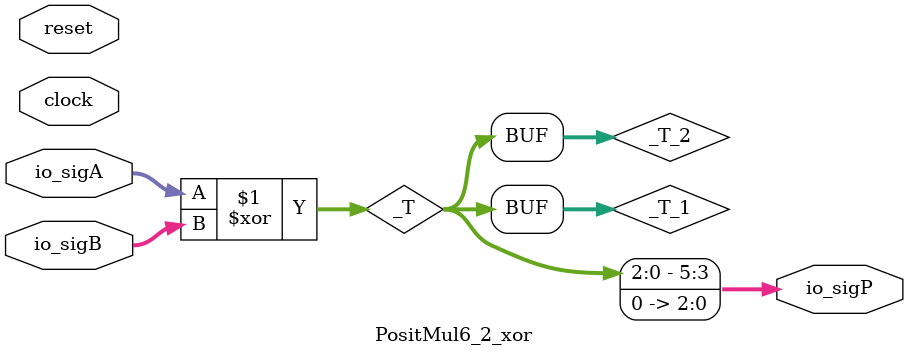
<source format=v>
module PositMul6_2_xor(
  input        clock,
  input        reset,
  input  [2:0] io_sigA,
  input  [2:0] io_sigB,
  output [5:0] io_sigP
);
  wire [2:0] _T; // @[PositMul.scala 51:23]
  wire [2:0] _T_1; // @[PositMul.scala 51:23]
  wire [2:0] _T_2; // @[Cat.scala 29:58]
  assign _T = $signed(io_sigA) ^ $signed(io_sigB); // @[PositMul.scala 51:23]
  assign _T_1 = $signed(_T); // @[PositMul.scala 51:23]
  assign _T_2 = $unsigned(_T_1); // @[Cat.scala 29:58]
  assign io_sigP = {_T_2,3'h0}; // @[PositMul.scala 51:9]
endmodule

</source>
